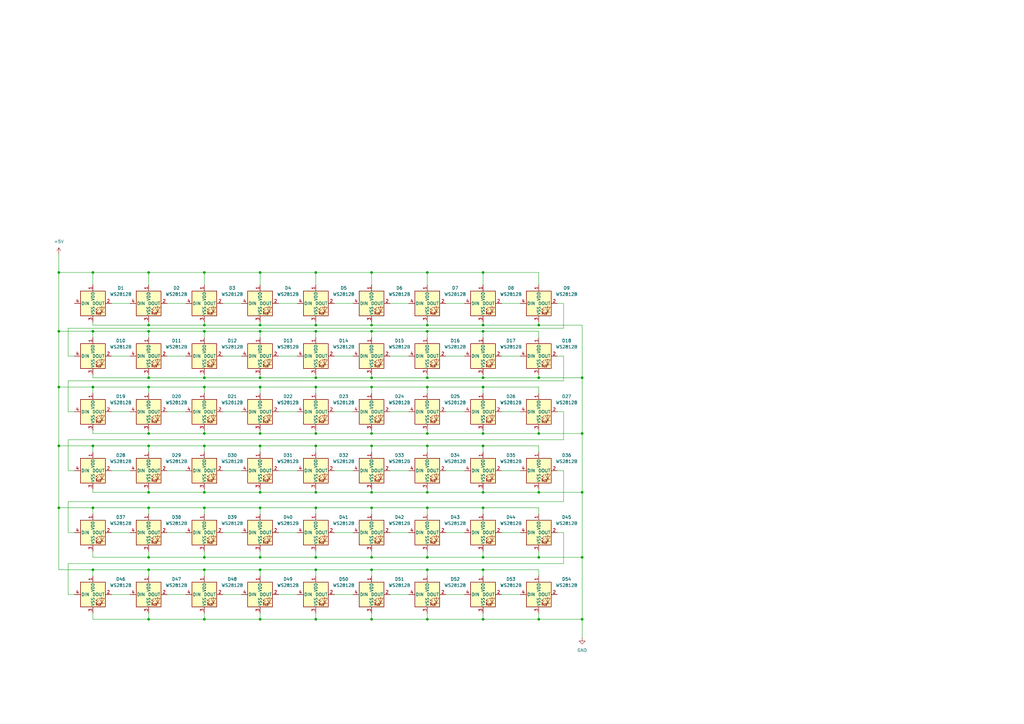
<source format=kicad_sch>
(kicad_sch (version 20231120) (generator "eeschema") (generator_version "8.0")
  (paper "A3")
  (lib_symbols
    (symbol "LED:WS2812B" (pin_names (offset 0.254))
      (property "Reference" "D" (at 5.08 5.715 0))
      (property "Value" "WS2812B" (at 1.27 -5.715 0))
      (symbol "WS2812B_0_0"
        (text "RGB" (at 2.286 -4.191 0) (effects (font (size 0.762 0.762))))
      )
      (symbol "WS2812B_0_1"
        (polyline (pts (xy 1.27 -3.556) (xy 1.778 -3.556)))
        (polyline (pts (xy 1.27 -2.54) (xy 1.778 -2.54)))
        (polyline (pts (xy 4.699 -3.556) (xy 2.667 -3.556)))
        (polyline (pts (xy 2.286 -2.54) (xy 1.27 -3.556) (xy 1.27 -3.048)))
        (polyline (pts (xy 2.286 -1.524) (xy 1.27 -2.54) (xy 1.27 -2.032)))
        (polyline (pts (xy 3.683 -1.016) (xy 3.683 -3.556) (xy 3.683 -4.064)))
        (polyline (pts (xy 4.699 -1.524) (xy 2.667 -1.524) (xy 3.683 -3.556) (xy 4.699 -1.524)))
        (rectangle (start 5.08 5.08) (end -5.08 -5.08) (stroke (width 0.254)) (fill (type background)))
      )
      (symbol "WS2812B_1_1"
        (pin power_in line (at 0 7.62 270) (length 2.54) (name "VDD") (number "1"))
        (pin output line (at 7.62 0 180) (length 2.54) (name "DOUT") (number "2"))
        (pin power_in line (at 0 -7.62 90) (length 2.54) (name "VSS") (number "3"))
        (pin input line (at -7.62 0 0) (length 2.54) (name "DIN") (number "4"))
      )
    )
    (symbol "power:+5V" (power) (pin_numbers hide) (pin_names (offset 0) hide)
      (property "Value" "+5V" (at 0 3.556 0))
      (symbol "+5V_0_1"
        (polyline (pts (xy -0.762 1.27) (xy 0 2.54)))
        (polyline (pts (xy 0 0) (xy 0 2.54)))
        (polyline (pts (xy 0 2.54) (xy 0.762 1.27)))
      )
      (symbol "+5V_1_1"
        (pin power_in line (at 0 0 90) (length 0) (name "~") (number "1"))
      )
    )
    (symbol "power:GND" (power) (pin_numbers hide) (pin_names (offset 0) hide)
      (property "Value" "GND" (at 0 -3.81 0))
      (symbol "GND_0_1"
        (polyline (pts (xy 0 0) (xy 0 -1.27) (xy 1.27 -1.27) (xy 0 -2.54) (xy -1.27 -1.27) (xy 0 -1.27)))
      )
      (symbol "GND_1_1"
        (pin power_in line (at 0 0 270) (length 0) (name "~") (number "1"))
      )
    )
  )
  (junction (at 24.13 208.28))
  (junction (at 83.82 154.94))
  (junction (at 24.13 111.76))
  (junction (at 60.96 254))
  (junction (at 152.4 233.68))
  (junction (at 175.26 228.6))
  (junction (at 220.98 154.94))
  (junction (at 60.96 154.94))
  (junction (at 129.54 254))
  (junction (at 198.12 133.35))
  (junction (at 152.4 135.89))
  (junction (at 152.4 254))
  (junction (at 175.26 154.94))
  (junction (at 152.4 111.76))
  (junction (at 198.12 182.88))
  (junction (at 220.98 254))
  (junction (at 83.82 182.88))
  (junction (at 198.12 135.89))
  (junction (at 152.4 182.88))
  (junction (at 175.26 111.76))
  (junction (at 60.96 208.28))
  (junction (at 106.68 177.8))
  (junction (at 60.96 228.6))
  (junction (at 106.68 201.93))
  (junction (at 152.4 133.35))
  (junction (at 38.1 208.28))
  (junction (at 38.1 135.89))
  (junction (at 238.76 177.8))
  (junction (at 175.26 158.75))
  (junction (at 24.13 182.88))
  (junction (at 152.4 154.94))
  (junction (at 60.96 158.75))
  (junction (at 129.54 182.88))
  (junction (at 175.26 182.88))
  (junction (at 83.82 208.28))
  (junction (at 220.98 133.35))
  (junction (at 152.4 228.6))
  (junction (at 38.1 158.75))
  (junction (at 83.82 133.35))
  (junction (at 106.68 154.94))
  (junction (at 106.68 133.35))
  (junction (at 60.96 233.68))
  (junction (at 83.82 158.75))
  (junction (at 220.98 177.8))
  (junction (at 38.1 182.88))
  (junction (at 175.26 133.35))
  (junction (at 129.54 201.93))
  (junction (at 152.4 177.8))
  (junction (at 198.12 254))
  (junction (at 60.96 182.88))
  (junction (at 129.54 208.28))
  (junction (at 238.76 228.6))
  (junction (at 175.26 254))
  (junction (at 106.68 135.89))
  (junction (at 175.26 208.28))
  (junction (at 24.13 135.89))
  (junction (at 198.12 154.94))
  (junction (at 106.68 228.6))
  (junction (at 152.4 208.28))
  (junction (at 175.26 201.93))
  (junction (at 106.68 254))
  (junction (at 152.4 201.93))
  (junction (at 129.54 135.89))
  (junction (at 129.54 133.35))
  (junction (at 60.96 135.89))
  (junction (at 198.12 228.6))
  (junction (at 238.76 201.93))
  (junction (at 24.13 158.75))
  (junction (at 38.1 111.76))
  (junction (at 83.82 228.6))
  (junction (at 83.82 177.8))
  (junction (at 83.82 111.76))
  (junction (at 38.1 233.68))
  (junction (at 175.26 233.68))
  (junction (at 129.54 228.6))
  (junction (at 175.26 135.89))
  (junction (at 60.96 111.76))
  (junction (at 129.54 233.68))
  (junction (at 220.98 228.6))
  (junction (at 198.12 158.75))
  (junction (at 238.76 154.94))
  (junction (at 198.12 177.8))
  (junction (at 152.4 158.75))
  (junction (at 106.68 182.88))
  (junction (at 106.68 233.68))
  (junction (at 198.12 233.68))
  (junction (at 129.54 158.75))
  (junction (at 60.96 177.8))
  (junction (at 129.54 154.94))
  (junction (at 106.68 208.28))
  (junction (at 129.54 111.76))
  (junction (at 83.82 233.68))
  (junction (at 198.12 201.93))
  (junction (at 83.82 201.93))
  (junction (at 60.96 133.35))
  (junction (at 83.82 254))
  (junction (at 175.26 177.8))
  (junction (at 198.12 111.76))
  (junction (at 106.68 158.75))
  (junction (at 60.96 201.93))
  (junction (at 129.54 177.8))
  (junction (at 198.12 208.28))
  (junction (at 238.76 254))
  (junction (at 83.82 135.89))
  (junction (at 220.98 201.93))
  (junction (at 106.68 111.76))
  (wire (pts (xy 83.82 158.75) (xy 60.96 158.75)))
  (wire (pts (xy 68.58 146.05) (xy 76.2 146.05)))
  (wire (pts (xy 24.13 208.28) (xy 24.13 182.88)))
  (wire (pts (xy 38.1 182.88) (xy 38.1 185.42)))
  (wire (pts (xy 175.26 133.35) (xy 198.12 133.35)))
  (wire (pts (xy 129.54 111.76) (xy 152.4 111.76)))
  (wire (pts (xy 60.96 158.75) (xy 38.1 158.75)))
  (wire (pts (xy 137.16 124.46) (xy 144.78 124.46)))
  (wire (pts (xy 198.12 135.89) (xy 198.12 138.43)))
  (wire (pts (xy 182.88 243.84) (xy 190.5 243.84)))
  (wire (pts (xy 106.68 233.68) (xy 83.82 233.68)))
  (wire (pts (xy 91.44 124.46) (xy 99.06 124.46)))
  (wire (pts (xy 60.96 208.28) (xy 38.1 208.28)))
  (wire (pts (xy 106.68 201.93) (xy 129.54 201.93)))
  (wire (pts (xy 220.98 182.88) (xy 198.12 182.88)))
  (wire (pts (xy 83.82 251.46) (xy 83.82 254)))
  (wire (pts (xy 83.82 111.76) (xy 83.82 116.84)))
  (wire (pts (xy 60.96 176.53) (xy 60.96 177.8)))
  (wire (pts (xy 129.54 158.75) (xy 129.54 161.29)))
  (wire (pts (xy 129.54 176.53) (xy 129.54 177.8)))
  (wire (pts (xy 220.98 185.42) (xy 220.98 182.88)))
  (wire (pts (xy 38.1 182.88) (xy 24.13 182.88)))
  (wire (pts (xy 137.16 168.91) (xy 144.78 168.91)))
  (wire (pts (xy 198.12 153.67) (xy 198.12 154.94)))
  (wire (pts (xy 24.13 111.76) (xy 38.1 111.76)))
  (wire (pts (xy 27.94 134.62) (xy 27.94 146.05)))
  (wire (pts (xy 198.12 111.76) (xy 220.98 111.76)))
  (wire (pts (xy 152.4 201.93) (xy 175.26 201.93)))
  (wire (pts (xy 106.68 176.53) (xy 106.68 177.8)))
  (wire (pts (xy 38.1 111.76) (xy 60.96 111.76)))
  (wire (pts (xy 60.96 111.76) (xy 60.96 116.84)))
  (wire (pts (xy 114.3 124.46) (xy 121.92 124.46)))
  (wire (pts (xy 152.4 208.28) (xy 152.4 210.82)))
  (wire (pts (xy 24.13 233.68) (xy 24.13 208.28)))
  (wire (pts (xy 38.1 254) (xy 38.1 251.46)))
  (wire (pts (xy 45.72 193.04) (xy 53.34 193.04)))
  (wire (pts (xy 220.98 138.43) (xy 220.98 135.89)))
  (wire (pts (xy 175.26 233.68) (xy 152.4 233.68)))
  (wire (pts (xy 106.68 226.06) (xy 106.68 228.6)))
  (wire (pts (xy 228.6 146.05) (xy 231.14 146.05)))
  (wire (pts (xy 152.4 176.53) (xy 152.4 177.8)))
  (wire (pts (xy 83.82 254) (xy 60.96 254)))
  (wire (pts (xy 38.1 233.68) (xy 38.1 236.22)))
  (wire (pts (xy 198.12 254) (xy 175.26 254)))
  (wire (pts (xy 160.02 146.05) (xy 167.64 146.05)))
  (wire (pts (xy 38.1 200.66) (xy 38.1 201.93)))
  (wire (pts (xy 129.54 228.6) (xy 152.4 228.6)))
  (wire (pts (xy 175.26 182.88) (xy 152.4 182.88)))
  (wire (pts (xy 182.88 218.44) (xy 190.5 218.44)))
  (wire (pts (xy 83.82 132.08) (xy 83.82 133.35)))
  (wire (pts (xy 220.98 226.06) (xy 220.98 228.6)))
  (wire (pts (xy 175.26 154.94) (xy 198.12 154.94)))
  (wire (pts (xy 106.68 111.76) (xy 129.54 111.76)))
  (wire (pts (xy 106.68 133.35) (xy 129.54 133.35)))
  (wire (pts (xy 60.96 135.89) (xy 60.96 138.43)))
  (wire (pts (xy 106.68 135.89) (xy 129.54 135.89)))
  (wire (pts (xy 205.74 243.84) (xy 213.36 243.84)))
  (wire (pts (xy 68.58 243.84) (xy 76.2 243.84)))
  (wire (pts (xy 198.12 228.6) (xy 220.98 228.6)))
  (wire (pts (xy 24.13 135.89) (xy 38.1 135.89)))
  (wire (pts (xy 83.82 176.53) (xy 83.82 177.8)))
  (wire (pts (xy 114.3 193.04) (xy 121.92 193.04)))
  (wire (pts (xy 160.02 218.44) (xy 167.64 218.44)))
  (wire (pts (xy 220.98 154.94) (xy 238.76 154.94)))
  (wire (pts (xy 45.72 146.05) (xy 53.34 146.05)))
  (wire (pts (xy 175.26 153.67) (xy 175.26 154.94)))
  (wire (pts (xy 106.68 251.46) (xy 106.68 254)))
  (wire (pts (xy 238.76 154.94) (xy 238.76 133.35)))
  (wire (pts (xy 220.98 116.84) (xy 220.98 111.76)))
  (wire (pts (xy 83.82 158.75) (xy 83.82 161.29)))
  (wire (pts (xy 60.96 182.88) (xy 38.1 182.88)))
  (wire (pts (xy 91.44 243.84) (xy 99.06 243.84)))
  (wire (pts (xy 91.44 146.05) (xy 99.06 146.05)))
  (wire (pts (xy 198.12 208.28) (xy 198.12 210.82)))
  (wire (pts (xy 106.68 254) (xy 83.82 254)))
  (wire (pts (xy 198.12 201.93) (xy 220.98 201.93)))
  (wire (pts (xy 152.4 153.67) (xy 152.4 154.94)))
  (wire (pts (xy 175.26 201.93) (xy 198.12 201.93)))
  (wire (pts (xy 83.82 177.8) (xy 106.68 177.8)))
  (wire (pts (xy 220.98 177.8) (xy 238.76 177.8)))
  (wire (pts (xy 220.98 161.29) (xy 220.98 158.75)))
  (wire (pts (xy 27.94 146.05) (xy 30.48 146.05)))
  (wire (pts (xy 114.3 146.05) (xy 121.92 146.05)))
  (wire (pts (xy 129.54 153.67) (xy 129.54 154.94)))
  (wire (pts (xy 38.1 201.93) (xy 60.96 201.93)))
  (wire (pts (xy 220.98 133.35) (xy 238.76 133.35)))
  (wire (pts (xy 175.26 208.28) (xy 175.26 210.82)))
  (wire (pts (xy 198.12 135.89) (xy 220.98 135.89)))
  (wire (pts (xy 38.1 158.75) (xy 38.1 161.29)))
  (wire (pts (xy 129.54 177.8) (xy 152.4 177.8)))
  (wire (pts (xy 231.14 193.04) (xy 231.14 205.74)))
  (wire (pts (xy 106.68 132.08) (xy 106.68 133.35)))
  (wire (pts (xy 27.94 231.14) (xy 27.94 243.84)))
  (wire (pts (xy 220.98 132.08) (xy 220.98 133.35)))
  (wire (pts (xy 27.94 168.91) (xy 30.48 168.91)))
  (wire (pts (xy 228.6 124.46) (xy 231.14 124.46)))
  (wire (pts (xy 220.98 254) (xy 198.12 254)))
  (wire (pts (xy 83.82 182.88) (xy 83.82 185.42)))
  (wire (pts (xy 198.12 233.68) (xy 175.26 233.68)))
  (wire (pts (xy 68.58 193.04) (xy 76.2 193.04)))
  (wire (pts (xy 129.54 201.93) (xy 152.4 201.93)))
  (wire (pts (xy 198.12 158.75) (xy 175.26 158.75)))
  (wire (pts (xy 60.96 182.88) (xy 60.96 185.42)))
  (wire (pts (xy 175.26 182.88) (xy 175.26 185.42)))
  (wire (pts (xy 152.4 111.76) (xy 152.4 116.84)))
  (wire (pts (xy 220.98 153.67) (xy 220.98 154.94)))
  (wire (pts (xy 231.14 180.34) (xy 27.94 180.34)))
  (wire (pts (xy 175.26 111.76) (xy 198.12 111.76)))
  (wire (pts (xy 106.68 111.76) (xy 106.68 116.84)))
  (wire (pts (xy 238.76 177.8) (xy 238.76 154.94)))
  (wire (pts (xy 205.74 218.44) (xy 213.36 218.44)))
  (wire (pts (xy 38.1 177.8) (xy 60.96 177.8)))
  (wire (pts (xy 45.72 124.46) (xy 53.34 124.46)))
  (wire (pts (xy 83.82 133.35) (xy 106.68 133.35)))
  (wire (pts (xy 137.16 146.05) (xy 144.78 146.05)))
  (wire (pts (xy 106.68 135.89) (xy 106.68 138.43)))
  (wire (pts (xy 152.4 154.94) (xy 175.26 154.94)))
  (wire (pts (xy 60.96 133.35) (xy 83.82 133.35)))
  (wire (pts (xy 38.1 111.76) (xy 38.1 116.84)))
  (wire (pts (xy 60.96 153.67) (xy 60.96 154.94)))
  (wire (pts (xy 27.94 205.74) (xy 27.94 218.44)))
  (wire (pts (xy 152.4 226.06) (xy 152.4 228.6)))
  (wire (pts (xy 160.02 243.84) (xy 167.64 243.84)))
  (wire (pts (xy 152.4 182.88) (xy 129.54 182.88)))
  (wire (pts (xy 60.96 226.06) (xy 60.96 228.6)))
  (wire (pts (xy 106.68 208.28) (xy 83.82 208.28)))
  (wire (pts (xy 152.4 132.08) (xy 152.4 133.35)))
  (wire (pts (xy 83.82 135.89) (xy 106.68 135.89)))
  (wire (pts (xy 152.4 182.88) (xy 152.4 185.42)))
  (wire (pts (xy 175.26 228.6) (xy 198.12 228.6)))
  (wire (pts (xy 91.44 218.44) (xy 99.06 218.44)))
  (wire (pts (xy 27.94 180.34) (xy 27.94 193.04)))
  (wire (pts (xy 106.68 208.28) (xy 106.68 210.82)))
  (wire (pts (xy 45.72 243.84) (xy 53.34 243.84)))
  (wire (pts (xy 220.98 176.53) (xy 220.98 177.8)))
  (wire (pts (xy 198.12 177.8) (xy 220.98 177.8)))
  (wire (pts (xy 38.1 158.75) (xy 24.13 158.75)))
  (wire (pts (xy 68.58 124.46) (xy 76.2 124.46)))
  (wire (pts (xy 60.96 158.75) (xy 60.96 161.29)))
  (wire (pts (xy 160.02 168.91) (xy 167.64 168.91)))
  (wire (pts (xy 198.12 226.06) (xy 198.12 228.6)))
  (wire (pts (xy 238.76 201.93) (xy 238.76 177.8)))
  (wire (pts (xy 152.4 228.6) (xy 175.26 228.6)))
  (wire (pts (xy 175.26 226.06) (xy 175.26 228.6)))
  (wire (pts (xy 83.82 200.66) (xy 83.82 201.93)))
  (wire (pts (xy 129.54 182.88) (xy 129.54 185.42)))
  (wire (pts (xy 160.02 193.04) (xy 167.64 193.04)))
  (wire (pts (xy 38.1 208.28) (xy 38.1 210.82)))
  (wire (pts (xy 114.3 218.44) (xy 121.92 218.44)))
  (wire (pts (xy 198.12 154.94) (xy 220.98 154.94)))
  (wire (pts (xy 220.98 200.66) (xy 220.98 201.93)))
  (wire (pts (xy 129.54 208.28) (xy 106.68 208.28)))
  (wire (pts (xy 175.26 254) (xy 152.4 254)))
  (wire (pts (xy 175.26 177.8) (xy 198.12 177.8)))
  (wire (pts (xy 182.88 124.46) (xy 190.5 124.46)))
  (wire (pts (xy 91.44 168.91) (xy 99.06 168.91)))
  (wire (pts (xy 152.4 158.75) (xy 129.54 158.75)))
  (wire (pts (xy 38.1 228.6) (xy 60.96 228.6)))
  (wire (pts (xy 152.4 200.66) (xy 152.4 201.93)))
  (wire (pts (xy 198.12 132.08) (xy 198.12 133.35)))
  (wire (pts (xy 129.54 111.76) (xy 129.54 116.84)))
  (wire (pts (xy 175.26 200.66) (xy 175.26 201.93)))
  (wire (pts (xy 198.12 182.88) (xy 198.12 185.42)))
  (wire (pts (xy 198.12 208.28) (xy 175.26 208.28)))
  (wire (pts (xy 129.54 233.68) (xy 106.68 233.68)))
  (wire (pts (xy 114.3 168.91) (xy 121.92 168.91)))
  (wire (pts (xy 129.54 251.46) (xy 129.54 254)))
  (wire (pts (xy 83.82 111.76) (xy 106.68 111.76)))
  (wire (pts (xy 198.12 182.88) (xy 175.26 182.88)))
  (wire (pts (xy 152.4 135.89) (xy 175.26 135.89)))
  (wire (pts (xy 129.54 208.28) (xy 129.54 210.82)))
  (wire (pts (xy 231.14 168.91) (xy 231.14 180.34)))
  (wire (pts (xy 228.6 193.04) (xy 231.14 193.04)))
  (wire (pts (xy 60.96 201.93) (xy 83.82 201.93)))
  (wire (pts (xy 220.98 233.68) (xy 198.12 233.68)))
  (wire (pts (xy 152.4 111.76) (xy 175.26 111.76)))
  (wire (pts (xy 152.4 208.28) (xy 129.54 208.28)))
  (wire (pts (xy 60.96 177.8) (xy 83.82 177.8)))
  (wire (pts (xy 152.4 135.89) (xy 152.4 138.43)))
  (wire (pts (xy 129.54 226.06) (xy 129.54 228.6)))
  (wire (pts (xy 38.1 208.28) (xy 24.13 208.28)))
  (wire (pts (xy 27.94 193.04) (xy 30.48 193.04)))
  (wire (pts (xy 60.96 132.08) (xy 60.96 133.35)))
  (wire (pts (xy 137.16 218.44) (xy 144.78 218.44)))
  (wire (pts (xy 60.96 135.89) (xy 83.82 135.89)))
  (wire (pts (xy 137.16 193.04) (xy 144.78 193.04)))
  (wire (pts (xy 182.88 168.91) (xy 190.5 168.91)))
  (wire (pts (xy 238.76 228.6) (xy 238.76 201.93)))
  (wire (pts (xy 60.96 233.68) (xy 38.1 233.68)))
  (wire (pts (xy 182.88 193.04) (xy 190.5 193.04)))
  (wire (pts (xy 24.13 182.88) (xy 24.13 158.75)))
  (wire (pts (xy 231.14 146.05) (xy 231.14 156.21)))
  (wire (pts (xy 60.96 233.68) (xy 60.96 236.22)))
  (wire (pts (xy 231.14 134.62) (xy 27.94 134.62)))
  (wire (pts (xy 220.98 208.28) (xy 198.12 208.28)))
  (wire (pts (xy 38.1 135.89) (xy 60.96 135.89)))
  (wire (pts (xy 27.94 218.44) (xy 30.48 218.44)))
  (wire (pts (xy 60.96 254) (xy 38.1 254)))
  (wire (pts (xy 129.54 132.08) (xy 129.54 133.35)))
  (wire (pts (xy 220.98 158.75) (xy 198.12 158.75)))
  (wire (pts (xy 38.1 135.89) (xy 38.1 138.43)))
  (wire (pts (xy 129.54 158.75) (xy 106.68 158.75)))
  (wire (pts (xy 38.1 154.94) (xy 60.96 154.94)))
  (wire (pts (xy 152.4 251.46) (xy 152.4 254)))
  (wire (pts (xy 175.26 176.53) (xy 175.26 177.8)))
  (wire (pts (xy 198.12 233.68) (xy 198.12 236.22)))
  (wire (pts (xy 152.4 254) (xy 129.54 254)))
  (wire (pts (xy 60.96 228.6) (xy 83.82 228.6)))
  (wire (pts (xy 238.76 254) (xy 238.76 261.62)))
  (wire (pts (xy 106.68 233.68) (xy 106.68 236.22)))
  (wire (pts (xy 129.54 254) (xy 106.68 254)))
  (wire (pts (xy 106.68 158.75) (xy 106.68 161.29)))
  (wire (pts (xy 175.26 158.75) (xy 175.26 161.29)))
  (wire (pts (xy 205.74 124.46) (xy 213.36 124.46)))
  (wire (pts (xy 83.82 233.68) (xy 83.82 236.22)))
  (wire (pts (xy 106.68 177.8) (xy 129.54 177.8)))
  (wire (pts (xy 198.12 200.66) (xy 198.12 201.93)))
  (wire (pts (xy 38.1 226.06) (xy 38.1 228.6)))
  (wire (pts (xy 129.54 154.94) (xy 152.4 154.94)))
  (wire (pts (xy 231.14 231.14) (xy 27.94 231.14)))
  (wire (pts (xy 24.13 135.89) (xy 24.13 158.75)))
  (wire (pts (xy 91.44 193.04) (xy 99.06 193.04)))
  (wire (pts (xy 24.13 111.76) (xy 24.13 135.89)))
  (wire (pts (xy 198.12 158.75) (xy 198.12 161.29)))
  (wire (pts (xy 160.02 124.46) (xy 167.64 124.46)))
  (wire (pts (xy 152.4 133.35) (xy 175.26 133.35)))
  (wire (pts (xy 220.98 236.22) (xy 220.98 233.68)))
  (wire (pts (xy 205.74 168.91) (xy 213.36 168.91)))
  (wire (pts (xy 129.54 200.66) (xy 129.54 201.93)))
  (wire (pts (xy 60.96 111.76) (xy 83.82 111.76)))
  (wire (pts (xy 83.82 208.28) (xy 83.82 210.82)))
  (wire (pts (xy 137.16 243.84) (xy 144.78 243.84)))
  (wire (pts (xy 38.1 153.67) (xy 38.1 154.94)))
  (wire (pts (xy 83.82 233.68) (xy 60.96 233.68)))
  (wire (pts (xy 129.54 135.89) (xy 152.4 135.89)))
  (wire (pts (xy 106.68 154.94) (xy 129.54 154.94)))
  (wire (pts (xy 182.88 146.05) (xy 190.5 146.05)))
  (wire (pts (xy 83.82 201.93) (xy 106.68 201.93)))
  (wire (pts (xy 198.12 176.53) (xy 198.12 177.8)))
  (wire (pts (xy 220.98 251.46) (xy 220.98 254)))
  (wire (pts (xy 175.26 158.75) (xy 152.4 158.75)))
  (wire (pts (xy 38.1 233.68) (xy 24.13 233.68)))
  (wire (pts (xy 231.14 218.44) (xy 231.14 231.14)))
  (wire (pts (xy 175.26 233.68) (xy 175.26 236.22)))
  (wire (pts (xy 152.4 177.8) (xy 175.26 177.8)))
  (wire (pts (xy 83.82 226.06) (xy 83.82 228.6)))
  (wire (pts (xy 231.14 124.46) (xy 231.14 134.62)))
  (wire (pts (xy 152.4 233.68) (xy 129.54 233.68)))
  (wire (pts (xy 152.4 233.68) (xy 152.4 236.22)))
  (wire (pts (xy 129.54 233.68) (xy 129.54 236.22)))
  (wire (pts (xy 68.58 218.44) (xy 76.2 218.44)))
  (wire (pts (xy 38.1 176.53) (xy 38.1 177.8)))
  (wire (pts (xy 60.96 200.66) (xy 60.96 201.93)))
  (wire (pts (xy 220.98 210.82) (xy 220.98 208.28)))
  (wire (pts (xy 60.96 208.28) (xy 60.96 210.82)))
  (wire (pts (xy 83.82 153.67) (xy 83.82 154.94)))
  (wire (pts (xy 175.26 132.08) (xy 175.26 133.35)))
  (wire (pts (xy 83.82 154.94) (xy 106.68 154.94)))
  (wire (pts (xy 175.26 111.76) (xy 175.26 116.84)))
  (wire (pts (xy 175.26 135.89) (xy 198.12 135.89)))
  (wire (pts (xy 205.74 193.04) (xy 213.36 193.04)))
  (wire (pts (xy 205.74 146.05) (xy 213.36 146.05)))
  (wire (pts (xy 38.1 132.08) (xy 38.1 133.35)))
  (wire (pts (xy 106.68 182.88) (xy 83.82 182.88)))
  (wire (pts (xy 175.26 251.46) (xy 175.26 254)))
  (wire (pts (xy 83.82 182.88) (xy 60.96 182.88)))
  (wire (pts (xy 152.4 158.75) (xy 152.4 161.29)))
  (wire (pts (xy 238.76 228.6) (xy 238.76 254)))
  (wire (pts (xy 106.68 200.66) (xy 106.68 201.93)))
  (wire (pts (xy 60.96 154.94) (xy 83.82 154.94)))
  (wire (pts (xy 106.68 182.88) (xy 106.68 185.42)))
  (wire (pts (xy 106.68 153.67) (xy 106.68 154.94)))
  (wire (pts (xy 60.96 251.46) (xy 60.96 254)))
  (wire (pts (xy 68.58 168.91) (xy 76.2 168.91)))
  (wire (pts (xy 83.82 208.28) (xy 60.96 208.28)))
  (wire (pts (xy 238.76 254) (xy 220.98 254)))
  (wire (pts (xy 175.26 135.89) (xy 175.26 138.43)))
  (wire (pts (xy 220.98 228.6) (xy 238.76 228.6)))
  (wire (pts (xy 220.98 201.93) (xy 238.76 201.93)))
  (wire (pts (xy 27.94 156.21) (xy 27.94 168.91)))
  (wire (pts (xy 45.72 168.91) (xy 53.34 168.91)))
  (wire (pts (xy 38.1 133.35) (xy 60.96 133.35)))
  (wire (pts (xy 83.82 228.6) (xy 106.68 228.6)))
  (wire (pts (xy 228.6 168.91) (xy 231.14 168.91)))
  (wire (pts (xy 129.54 182.88) (xy 106.68 182.88)))
  (wire (pts (xy 231.14 156.21) (xy 27.94 156.21)))
  (wire (pts (xy 27.94 243.84) (xy 30.48 243.84)))
  (wire (pts (xy 24.13 104.14) (xy 24.13 111.76)))
  (wire (pts (xy 228.6 218.44) (xy 231.14 218.44)))
  (wire (pts (xy 83.82 135.89) (xy 83.82 138.43)))
  (wire (pts (xy 129.54 135.89) (xy 129.54 138.43)))
  (wire (pts (xy 175.26 208.28) (xy 152.4 208.28)))
  (wire (pts (xy 114.3 243.84) (xy 121.92 243.84)))
  (wire (pts (xy 106.68 158.75) (xy 83.82 158.75)))
  (wire (pts (xy 198.12 251.46) (xy 198.12 254)))
  (wire (pts (xy 129.54 133.35) (xy 152.4 133.35)))
  (wire (pts (xy 106.68 228.6) (xy 129.54 228.6)))
  (wire (pts (xy 198.12 111.76) (xy 198.12 116.84)))
  (wire (pts (xy 231.14 205.74) (xy 27.94 205.74)))
  (wire (pts (xy 198.12 133.35) (xy 220.98 133.35)))
  (wire (pts (xy 45.72 218.44) (xy 53.34 218.44)))
  (symbol (lib_id "LED:WS2812B") (at 220.98 243.84 0) (unit 1)
    (property "Reference" "D54" (at 232.41 237.5214 0))
    (property "Value" "WS2812B" (at 232.41 240.0614 0))
    (property "Footprint" "LED_SMD:LED_WS2812B_PLCC4_5.0x5.0mm_P3.2mm" (effects (hide yes)))
    (property "Datasheet" "https://cdn-shop.adafruit.com/datasheets/WS2812B.pdf" (effects (hide yes)))
    (property "Description" "RGB LED with integrated controller" (effects (hide yes)))
  )
  (symbol (lib_id "LED:WS2812B") (at 38.1 168.91 0) (unit 1)
    (property "Reference" "D19" (at 49.53 162.5914 0))
    (property "Value" "WS2812B" (at 49.53 165.1314 0))
    (property "Footprint" "LED_SMD:LED_WS2812B_PLCC4_5.0x5.0mm_P3.2mm" (effects (hide yes)))
    (property "Datasheet" "https://cdn-shop.adafruit.com/datasheets/WS2812B.pdf" (effects (hide yes)))
    (property "Description" "RGB LED with integrated controller" (effects (hide yes)))
  )
  (symbol (lib_id "LED:WS2812B") (at 175.26 218.44 0) (unit 1)
    (property "Reference" "D43" (at 186.69 212.1214 0))
    (property "Value" "WS2812B" (at 186.69 214.6614 0))
    (property "Footprint" "LED_SMD:LED_WS2812B_PLCC4_5.0x5.0mm_P3.2mm" (effects (hide yes)))
    (property "Datasheet" "https://cdn-shop.adafruit.com/datasheets/WS2812B.pdf" (effects (hide yes)))
    (property "Description" "RGB LED with integrated controller" (effects (hide yes)))
  )
  (symbol (lib_id "LED:WS2812B") (at 83.82 168.91 0) (unit 1)
    (property "Reference" "D21" (at 95.25 162.5914 0))
    (property "Value" "WS2812B" (at 95.25 165.1314 0))
    (property "Footprint" "LED_SMD:LED_WS2812B_PLCC4_5.0x5.0mm_P3.2mm" (effects (hide yes)))
    (property "Datasheet" "https://cdn-shop.adafruit.com/datasheets/WS2812B.pdf" (effects (hide yes)))
    (property "Description" "RGB LED with integrated controller" (effects (hide yes)))
  )
  (symbol (lib_id "LED:WS2812B") (at 83.82 124.46 0) (unit 1)
    (property "Reference" "D3" (at 95.25 118.1414 0))
    (property "Value" "WS2812B" (at 95.25 120.6814 0))
    (property "Footprint" "LED_SMD:LED_WS2812B_PLCC4_5.0x5.0mm_P3.2mm" (effects (hide yes)))
    (property "Datasheet" "https://cdn-shop.adafruit.com/datasheets/WS2812B.pdf" (effects (hide yes)))
    (property "Description" "RGB LED with integrated controller" (effects (hide yes)))
  )
  (symbol (lib_id "LED:WS2812B") (at 60.96 193.04 0) (unit 1)
    (property "Reference" "D29" (at 72.39 186.7214 0))
    (property "Value" "WS2812B" (at 72.39 189.2614 0))
    (property "Footprint" "LED_SMD:LED_WS2812B_PLCC4_5.0x5.0mm_P3.2mm" (effects (hide yes)))
    (property "Datasheet" "https://cdn-shop.adafruit.com/datasheets/WS2812B.pdf" (effects (hide yes)))
    (property "Description" "RGB LED with integrated controller" (effects (hide yes)))
  )
  (symbol (lib_id "LED:WS2812B") (at 152.4 193.04 0) (unit 1)
    (property "Reference" "D33" (at 163.83 186.7214 0))
    (property "Value" "WS2812B" (at 163.83 189.2614 0))
    (property "Footprint" "LED_SMD:LED_WS2812B_PLCC4_5.0x5.0mm_P3.2mm" (effects (hide yes)))
    (property "Datasheet" "https://cdn-shop.adafruit.com/datasheets/WS2812B.pdf" (effects (hide yes)))
    (property "Description" "RGB LED with integrated controller" (effects (hide yes)))
  )
  (symbol (lib_id "LED:WS2812B") (at 60.96 243.84 0) (unit 1)
    (property "Reference" "D47" (at 72.39 237.5214 0))
    (property "Value" "WS2812B" (at 72.39 240.0614 0))
    (property "Footprint" "LED_SMD:LED_WS2812B_PLCC4_5.0x5.0mm_P3.2mm" (effects (hide yes)))
    (property "Datasheet" "https://cdn-shop.adafruit.com/datasheets/WS2812B.pdf" (effects (hide yes)))
    (property "Description" "RGB LED with integrated controller" (effects (hide yes)))
  )
  (symbol (lib_id "LED:WS2812B") (at 175.26 193.04 0) (unit 1)
    (property "Reference" "D34" (at 186.69 186.7214 0))
    (property "Value" "WS2812B" (at 186.69 189.2614 0))
    (property "Footprint" "LED_SMD:LED_WS2812B_PLCC4_5.0x5.0mm_P3.2mm" (effects (hide yes)))
    (property "Datasheet" "https://cdn-shop.adafruit.com/datasheets/WS2812B.pdf" (effects (hide yes)))
    (property "Description" "RGB LED with integrated controller" (effects (hide yes)))
  )
  (symbol (lib_id "LED:WS2812B") (at 83.82 218.44 0) (unit 1)
    (property "Reference" "D39" (at 95.25 212.1214 0))
    (property "Value" "WS2812B" (at 95.25 214.6614 0))
    (property "Footprint" "LED_SMD:LED_WS2812B_PLCC4_5.0x5.0mm_P3.2mm" (effects (hide yes)))
    (property "Datasheet" "https://cdn-shop.adafruit.com/datasheets/WS2812B.pdf" (effects (hide yes)))
    (property "Description" "RGB LED with integrated controller" (effects (hide yes)))
  )
  (symbol (lib_id "LED:WS2812B") (at 60.96 124.46 0) (unit 1)
    (property "Reference" "D2" (at 72.39 118.1414 0))
    (property "Value" "WS2812B" (at 72.39 120.6814 0))
    (property "Footprint" "LED_SMD:LED_WS2812B_PLCC4_5.0x5.0mm_P3.2mm" (effects (hide yes)))
    (property "Datasheet" "https://cdn-shop.adafruit.com/datasheets/WS2812B.pdf" (effects (hide yes)))
    (property "Description" "RGB LED with integrated controller" (effects (hide yes)))
  )
  (symbol (lib_id "LED:WS2812B") (at 175.26 146.05 0) (unit 1)
    (property "Reference" "D16" (at 186.69 139.7314 0))
    (property "Value" "WS2812B" (at 186.69 142.2714 0))
    (property "Footprint" "LED_SMD:LED_WS2812B_PLCC4_5.0x5.0mm_P3.2mm" (effects (hide yes)))
    (property "Datasheet" "https://cdn-shop.adafruit.com/datasheets/WS2812B.pdf" (effects (hide yes)))
    (property "Description" "RGB LED with integrated controller" (effects (hide yes)))
  )
  (symbol (lib_id "LED:WS2812B") (at 106.68 243.84 0) (unit 1)
    (property "Reference" "D49" (at 118.11 237.5214 0))
    (property "Value" "WS2812B" (at 118.11 240.0614 0))
    (property "Footprint" "LED_SMD:LED_WS2812B_PLCC4_5.0x5.0mm_P3.2mm" (effects (hide yes)))
    (property "Datasheet" "https://cdn-shop.adafruit.com/datasheets/WS2812B.pdf" (effects (hide yes)))
    (property "Description" "RGB LED with integrated controller" (effects (hide yes)))
  )
  (symbol (lib_id "LED:WS2812B") (at 38.1 146.05 0) (unit 1)
    (property "Reference" "D10" (at 49.53 139.7314 0))
    (property "Value" "WS2812B" (at 49.53 142.2714 0))
    (property "Footprint" "LED_SMD:LED_WS2812B_PLCC4_5.0x5.0mm_P3.2mm" (effects (hide yes)))
    (property "Datasheet" "https://cdn-shop.adafruit.com/datasheets/WS2812B.pdf" (effects (hide yes)))
    (property "Description" "RGB LED with integrated controller" (effects (hide yes)))
  )
  (symbol (lib_id "LED:WS2812B") (at 152.4 243.84 0) (unit 1)
    (property "Reference" "D51" (at 163.83 237.5214 0))
    (property "Value" "WS2812B" (at 163.83 240.0614 0))
    (property "Footprint" "LED_SMD:LED_WS2812B_PLCC4_5.0x5.0mm_P3.2mm" (effects (hide yes)))
    (property "Datasheet" "https://cdn-shop.adafruit.com/datasheets/WS2812B.pdf" (effects (hide yes)))
    (property "Description" "RGB LED with integrated controller" (effects (hide yes)))
  )
  (symbol (lib_id "LED:WS2812B") (at 38.1 218.44 0) (unit 1)
    (property "Reference" "D37" (at 49.53 212.1214 0))
    (property "Value" "WS2812B" (at 49.53 214.6614 0))
    (property "Footprint" "LED_SMD:LED_WS2812B_PLCC4_5.0x5.0mm_P3.2mm" (effects (hide yes)))
    (property "Datasheet" "https://cdn-shop.adafruit.com/datasheets/WS2812B.pdf" (effects (hide yes)))
    (property "Description" "RGB LED with integrated controller" (effects (hide yes)))
  )
  (symbol (lib_id "LED:WS2812B") (at 220.98 218.44 0) (unit 1)
    (property "Reference" "D45" (at 232.41 212.1214 0))
    (property "Value" "WS2812B" (at 232.41 214.6614 0))
    (property "Footprint" "LED_SMD:LED_WS2812B_PLCC4_5.0x5.0mm_P3.2mm" (effects (hide yes)))
    (property "Datasheet" "https://cdn-shop.adafruit.com/datasheets/WS2812B.pdf" (effects (hide yes)))
    (property "Description" "RGB LED with integrated controller" (effects (hide yes)))
  )
  (symbol (lib_id "LED:WS2812B") (at 220.98 193.04 0) (unit 1)
    (property "Reference" "D36" (at 232.41 186.7214 0))
    (property "Value" "WS2812B" (at 232.41 189.2614 0))
    (property "Footprint" "LED_SMD:LED_WS2812B_PLCC4_5.0x5.0mm_P3.2mm" (effects (hide yes)))
    (property "Datasheet" "https://cdn-shop.adafruit.com/datasheets/WS2812B.pdf" (effects (hide yes)))
    (property "Description" "RGB LED with integrated controller" (effects (hide yes)))
  )
  (symbol (lib_id "LED:WS2812B") (at 175.26 168.91 0) (unit 1)
    (property "Reference" "D25" (at 186.69 162.5914 0))
    (property "Value" "WS2812B" (at 186.69 165.1314 0))
    (property "Footprint" "LED_SMD:LED_WS2812B_PLCC4_5.0x5.0mm_P3.2mm" (effects (hide yes)))
    (property "Datasheet" "https://cdn-shop.adafruit.com/datasheets/WS2812B.pdf" (effects (hide yes)))
    (property "Description" "RGB LED with integrated controller" (effects (hide yes)))
  )
  (symbol (lib_id "LED:WS2812B") (at 198.12 168.91 0) (unit 1)
    (property "Reference" "D26" (at 209.55 162.5914 0))
    (property "Value" "WS2812B" (at 209.55 165.1314 0))
    (property "Footprint" "LED_SMD:LED_WS2812B_PLCC4_5.0x5.0mm_P3.2mm" (effects (hide yes)))
    (property "Datasheet" "https://cdn-shop.adafruit.com/datasheets/WS2812B.pdf" (effects (hide yes)))
    (property "Description" "RGB LED with integrated controller" (effects (hide yes)))
  )
  (symbol (lib_id "LED:WS2812B") (at 198.12 218.44 0) (unit 1)
    (property "Reference" "D44" (at 209.55 212.1214 0))
    (property "Value" "WS2812B" (at 209.55 214.6614 0))
    (property "Footprint" "LED_SMD:LED_WS2812B_PLCC4_5.0x5.0mm_P3.2mm" (effects (hide yes)))
    (property "Datasheet" "https://cdn-shop.adafruit.com/datasheets/WS2812B.pdf" (effects (hide yes)))
    (property "Description" "RGB LED with integrated controller" (effects (hide yes)))
  )
  (symbol (lib_id "LED:WS2812B") (at 152.4 168.91 0) (unit 1)
    (property "Reference" "D24" (at 163.83 162.5914 0))
    (property "Value" "WS2812B" (at 163.83 165.1314 0))
    (property "Footprint" "LED_SMD:LED_WS2812B_PLCC4_5.0x5.0mm_P3.2mm" (effects (hide yes)))
    (property "Datasheet" "https://cdn-shop.adafruit.com/datasheets/WS2812B.pdf" (effects (hide yes)))
    (property "Description" "RGB LED with integrated controller" (effects (hide yes)))
  )
  (symbol (lib_id "LED:WS2812B") (at 129.54 243.84 0) (unit 1)
    (property "Reference" "D50" (at 140.97 237.5214 0))
    (property "Value" "WS2812B" (at 140.97 240.0614 0))
    (property "Footprint" "LED_SMD:LED_WS2812B_PLCC4_5.0x5.0mm_P3.2mm" (effects (hide yes)))
    (property "Datasheet" "https://cdn-shop.adafruit.com/datasheets/WS2812B.pdf" (effects (hide yes)))
    (property "Description" "RGB LED with integrated controller" (effects (hide yes)))
  )
  (symbol (lib_id "LED:WS2812B") (at 129.54 146.05 0) (unit 1)
    (property "Reference" "D14" (at 140.97 139.7314 0))
    (property "Value" "WS2812B" (at 140.97 142.2714 0))
    (property "Footprint" "LED_SMD:LED_WS2812B_PLCC4_5.0x5.0mm_P3.2mm" (effects (hide yes)))
    (property "Datasheet" "https://cdn-shop.adafruit.com/datasheets/WS2812B.pdf" (effects (hide yes)))
    (property "Description" "RGB LED with integrated controller" (effects (hide yes)))
  )
  (symbol (lib_id "power:+5V") (at 24.13 104.14 0) (unit 1)
    (property "Reference" "#PWR01" (effects (hide yes)))
    (property "Value" "+5V" (at 24.13 99.06 0))
    (property "Description" "Power symbol creates a global label with name \"+5V\"" (effects (hide yes)))
  )
  (symbol (lib_id "LED:WS2812B") (at 106.68 193.04 0) (unit 1)
    (property "Reference" "D31" (at 118.11 186.7214 0))
    (property "Value" "WS2812B" (at 118.11 189.2614 0))
    (property "Footprint" "LED_SMD:LED_WS2812B_PLCC4_5.0x5.0mm_P3.2mm" (effects (hide yes)))
    (property "Datasheet" "https://cdn-shop.adafruit.com/datasheets/WS2812B.pdf" (effects (hide yes)))
    (property "Description" "RGB LED with integrated controller" (effects (hide yes)))
  )
  (symbol (lib_id "LED:WS2812B") (at 198.12 193.04 0) (unit 1)
    (property "Reference" "D35" (at 209.55 186.7214 0))
    (property "Value" "WS2812B" (at 209.55 189.2614 0))
    (property "Footprint" "LED_SMD:LED_WS2812B_PLCC4_5.0x5.0mm_P3.2mm" (effects (hide yes)))
    (property "Datasheet" "https://cdn-shop.adafruit.com/datasheets/WS2812B.pdf" (effects (hide yes)))
    (property "Description" "RGB LED with integrated controller" (effects (hide yes)))
  )
  (symbol (lib_id "LED:WS2812B") (at 106.68 168.91 0) (unit 1)
    (property "Reference" "D22" (at 118.11 162.5914 0))
    (property "Value" "WS2812B" (at 118.11 165.1314 0))
    (property "Footprint" "LED_SMD:LED_WS2812B_PLCC4_5.0x5.0mm_P3.2mm" (effects (hide yes)))
    (property "Datasheet" "https://cdn-shop.adafruit.com/datasheets/WS2812B.pdf" (effects (hide yes)))
    (property "Description" "RGB LED with integrated controller" (effects (hide yes)))
  )
  (symbol (lib_id "LED:WS2812B") (at 106.68 218.44 0) (unit 1)
    (property "Reference" "D40" (at 118.11 212.1214 0))
    (property "Value" "WS2812B" (at 118.11 214.6614 0))
    (property "Footprint" "LED_SMD:LED_WS2812B_PLCC4_5.0x5.0mm_P3.2mm" (effects (hide yes)))
    (property "Datasheet" "https://cdn-shop.adafruit.com/datasheets/WS2812B.pdf" (effects (hide yes)))
    (property "Description" "RGB LED with integrated controller" (effects (hide yes)))
  )
  (symbol (lib_id "LED:WS2812B") (at 106.68 124.46 0) (unit 1)
    (property "Reference" "D4" (at 118.11 118.1414 0))
    (property "Value" "WS2812B" (at 118.11 120.6814 0))
    (property "Footprint" "LED_SMD:LED_WS2812B_PLCC4_5.0x5.0mm_P3.2mm" (effects (hide yes)))
    (property "Datasheet" "https://cdn-shop.adafruit.com/datasheets/WS2812B.pdf" (effects (hide yes)))
    (property "Description" "RGB LED with integrated controller" (effects (hide yes)))
  )
  (symbol (lib_id "LED:WS2812B") (at 198.12 146.05 0) (unit 1)
    (property "Reference" "D17" (at 209.55 139.7314 0))
    (property "Value" "WS2812B" (at 209.55 142.2714 0))
    (property "Footprint" "LED_SMD:LED_WS2812B_PLCC4_5.0x5.0mm_P3.2mm" (effects (hide yes)))
    (property "Datasheet" "https://cdn-shop.adafruit.com/datasheets/WS2812B.pdf" (effects (hide yes)))
    (property "Description" "RGB LED with integrated controller" (effects (hide yes)))
  )
  (symbol (lib_id "LED:WS2812B") (at 38.1 243.84 0) (unit 1)
    (property "Reference" "D46" (at 49.53 237.5214 0))
    (property "Value" "WS2812B" (at 49.53 240.0614 0))
    (property "Footprint" "LED_SMD:LED_WS2812B_PLCC4_5.0x5.0mm_P3.2mm" (effects (hide yes)))
    (property "Datasheet" "https://cdn-shop.adafruit.com/datasheets/WS2812B.pdf" (effects (hide yes)))
    (property "Description" "RGB LED with integrated controller" (effects (hide yes)))
  )
  (symbol (lib_id "LED:WS2812B") (at 38.1 193.04 0) (unit 1)
    (property "Reference" "D28" (at 49.53 186.7214 0))
    (property "Value" "WS2812B" (at 49.53 189.2614 0))
    (property "Footprint" "LED_SMD:LED_WS2812B_PLCC4_5.0x5.0mm_P3.2mm" (effects (hide yes)))
    (property "Datasheet" "https://cdn-shop.adafruit.com/datasheets/WS2812B.pdf" (effects (hide yes)))
    (property "Description" "RGB LED with integrated controller" (effects (hide yes)))
  )
  (symbol (lib_id "LED:WS2812B") (at 60.96 146.05 0) (unit 1)
    (property "Reference" "D11" (at 72.39 139.7314 0))
    (property "Value" "WS2812B" (at 72.39 142.2714 0))
    (property "Footprint" "LED_SMD:LED_WS2812B_PLCC4_5.0x5.0mm_P3.2mm" (effects (hide yes)))
    (property "Datasheet" "https://cdn-shop.adafruit.com/datasheets/WS2812B.pdf" (effects (hide yes)))
    (property "Description" "RGB LED with integrated controller" (effects (hide yes)))
  )
  (symbol (lib_id "LED:WS2812B") (at 129.54 218.44 0) (unit 1)
    (property "Reference" "D41" (at 140.97 212.1214 0))
    (property "Value" "WS2812B" (at 140.97 214.6614 0))
    (property "Footprint" "LED_SMD:LED_WS2812B_PLCC4_5.0x5.0mm_P3.2mm" (effects (hide yes)))
    (property "Datasheet" "https://cdn-shop.adafruit.com/datasheets/WS2812B.pdf" (effects (hide yes)))
    (property "Description" "RGB LED with integrated controller" (effects (hide yes)))
  )
  (symbol (lib_id "LED:WS2812B") (at 152.4 146.05 0) (unit 1)
    (property "Reference" "D15" (at 163.83 139.7314 0))
    (property "Value" "WS2812B" (at 163.83 142.2714 0))
    (property "Footprint" "LED_SMD:LED_WS2812B_PLCC4_5.0x5.0mm_P3.2mm" (effects (hide yes)))
    (property "Datasheet" "https://cdn-shop.adafruit.com/datasheets/WS2812B.pdf" (effects (hide yes)))
    (property "Description" "RGB LED with integrated controller" (effects (hide yes)))
  )
  (symbol (lib_id "LED:WS2812B") (at 60.96 218.44 0) (unit 1)
    (property "Reference" "D38" (at 72.39 212.1214 0))
    (property "Value" "WS2812B" (at 72.39 214.6614 0))
    (property "Footprint" "LED_SMD:LED_WS2812B_PLCC4_5.0x5.0mm_P3.2mm" (effects (hide yes)))
    (property "Datasheet" "https://cdn-shop.adafruit.com/datasheets/WS2812B.pdf" (effects (hide yes)))
    (property "Description" "RGB LED with integrated controller" (effects (hide yes)))
  )
  (symbol (lib_id "LED:WS2812B") (at 83.82 146.05 0) (unit 1)
    (property "Reference" "D12" (at 95.25 139.7314 0))
    (property "Value" "WS2812B" (at 95.25 142.2714 0))
    (property "Footprint" "LED_SMD:LED_WS2812B_PLCC4_5.0x5.0mm_P3.2mm" (effects (hide yes)))
    (property "Datasheet" "https://cdn-shop.adafruit.com/datasheets/WS2812B.pdf" (effects (hide yes)))
    (property "Description" "RGB LED with integrated controller" (effects (hide yes)))
  )
  (symbol (lib_id "LED:WS2812B") (at 220.98 146.05 0) (unit 1)
    (property "Reference" "D18" (at 232.41 139.7314 0))
    (property "Value" "WS2812B" (at 232.41 142.2714 0))
    (property "Footprint" "LED_SMD:LED_WS2812B_PLCC4_5.0x5.0mm_P3.2mm" (effects (hide yes)))
    (property "Datasheet" "https://cdn-shop.adafruit.com/datasheets/WS2812B.pdf" (effects (hide yes)))
    (property "Description" "RGB LED with integrated controller" (effects (hide yes)))
  )
  (symbol (lib_id "LED:WS2812B") (at 220.98 168.91 0) (unit 1)
    (property "Reference" "D27" (at 232.41 162.5914 0))
    (property "Value" "WS2812B" (at 232.41 165.1314 0))
    (property "Footprint" "LED_SMD:LED_WS2812B_PLCC4_5.0x5.0mm_P3.2mm" (effects (hide yes)))
    (property "Datasheet" "https://cdn-shop.adafruit.com/datasheets/WS2812B.pdf" (effects (hide yes)))
    (property "Description" "RGB LED with integrated controller" (effects (hide yes)))
  )
  (symbol (lib_id "LED:WS2812B") (at 83.82 193.04 0) (unit 1)
    (property "Reference" "D30" (at 95.25 186.7214 0))
    (property "Value" "WS2812B" (at 95.25 189.2614 0))
    (property "Footprint" "LED_SMD:LED_WS2812B_PLCC4_5.0x5.0mm_P3.2mm" (effects (hide yes)))
    (property "Datasheet" "https://cdn-shop.adafruit.com/datasheets/WS2812B.pdf" (effects (hide yes)))
    (property "Description" "RGB LED with integrated controller" (effects (hide yes)))
  )
  (symbol (lib_id "LED:WS2812B") (at 152.4 218.44 0) (unit 1)
    (property "Reference" "D42" (at 163.83 212.1214 0))
    (property "Value" "WS2812B" (at 163.83 214.6614 0))
    (property "Footprint" "LED_SMD:LED_WS2812B_PLCC4_5.0x5.0mm_P3.2mm" (effects (hide yes)))
    (property "Datasheet" "https://cdn-shop.adafruit.com/datasheets/WS2812B.pdf" (effects (hide yes)))
    (property "Description" "RGB LED with integrated controller" (effects (hide yes)))
  )
  (symbol (lib_id "LED:WS2812B") (at 175.26 243.84 0) (unit 1)
    (property "Reference" "D52" (at 186.69 237.5214 0))
    (property "Value" "WS2812B" (at 186.69 240.0614 0))
    (property "Footprint" "LED_SMD:LED_WS2812B_PLCC4_5.0x5.0mm_P3.2mm" (effects (hide yes)))
    (property "Datasheet" "https://cdn-shop.adafruit.com/datasheets/WS2812B.pdf" (effects (hide yes)))
    (property "Description" "RGB LED with integrated controller" (effects (hide yes)))
  )
  (symbol (lib_id "LED:WS2812B") (at 129.54 124.46 0) (unit 1)
    (property "Reference" "D5" (at 140.97 118.1414 0))
    (property "Value" "WS2812B" (at 140.97 120.6814 0))
    (property "Footprint" "LED_SMD:LED_WS2812B_PLCC4_5.0x5.0mm_P3.2mm" (effects (hide yes)))
    (property "Datasheet" "https://cdn-shop.adafruit.com/datasheets/WS2812B.pdf" (effects (hide yes)))
    (property "Description" "RGB LED with integrated controller" (effects (hide yes)))
  )
  (symbol (lib_id "LED:WS2812B") (at 83.82 243.84 0) (unit 1)
    (property "Reference" "D48" (at 95.25 237.5214 0))
    (property "Value" "WS2812B" (at 95.25 240.0614 0))
    (property "Footprint" "LED_SMD:LED_WS2812B_PLCC4_5.0x5.0mm_P3.2mm" (effects (hide yes)))
    (property "Datasheet" "https://cdn-shop.adafruit.com/datasheets/WS2812B.pdf" (effects (hide yes)))
    (property "Description" "RGB LED with integrated controller" (effects (hide yes)))
  )
  (symbol (lib_id "LED:WS2812B") (at 129.54 193.04 0) (unit 1)
    (property "Reference" "D32" (at 140.97 186.7214 0))
    (property "Value" "WS2812B" (at 140.97 189.2614 0))
    (property "Footprint" "LED_SMD:LED_WS2812B_PLCC4_5.0x5.0mm_P3.2mm" (effects (hide yes)))
    (property "Datasheet" "https://cdn-shop.adafruit.com/datasheets/WS2812B.pdf" (effects (hide yes)))
    (property "Description" "RGB LED with integrated controller" (effects (hide yes)))
  )
  (symbol (lib_id "LED:WS2812B") (at 152.4 124.46 0) (unit 1)
    (property "Reference" "D6" (at 163.83 118.1414 0))
    (property "Value" "WS2812B" (at 163.83 120.6814 0))
    (property "Footprint" "LED_SMD:LED_WS2812B_PLCC4_5.0x5.0mm_P3.2mm" (effects (hide yes)))
    (property "Datasheet" "https://cdn-shop.adafruit.com/datasheets/WS2812B.pdf" (effects (hide yes)))
    (property "Description" "RGB LED with integrated controller" (effects (hide yes)))
  )
  (symbol (lib_id "power:GND") (at 238.76 261.62 0) (unit 1)
    (property "Reference" "#PWR02" (effects (hide yes)))
    (property "Value" "GND" (at 238.76 266.7 0))
    (property "Description" "Power symbol creates a global label with name \"GND\" , ground" (effects (hide yes)))
  )
  (symbol (lib_id "LED:WS2812B") (at 129.54 168.91 0) (unit 1)
    (property "Reference" "D23" (at 140.97 162.5914 0))
    (property "Value" "WS2812B" (at 140.97 165.1314 0))
    (property "Footprint" "LED_SMD:LED_WS2812B_PLCC4_5.0x5.0mm_P3.2mm" (effects (hide yes)))
    (property "Datasheet" "https://cdn-shop.adafruit.com/datasheets/WS2812B.pdf" (effects (hide yes)))
    (property "Description" "RGB LED with integrated controller" (effects (hide yes)))
  )
  (symbol (lib_id "LED:WS2812B") (at 220.98 124.46 0) (unit 1)
    (property "Reference" "D9" (at 232.41 118.1414 0))
    (property "Value" "WS2812B" (at 232.41 120.6814 0))
    (property "Footprint" "LED_SMD:LED_WS2812B_PLCC4_5.0x5.0mm_P3.2mm" (effects (hide yes)))
    (property "Datasheet" "https://cdn-shop.adafruit.com/datasheets/WS2812B.pdf" (effects (hide yes)))
    (property "Description" "RGB LED with integrated controller" (effects (hide yes)))
  )
  (symbol (lib_id "LED:WS2812B") (at 198.12 243.84 0) (unit 1)
    (property "Reference" "D53" (at 209.55 237.5214 0))
    (property "Value" "WS2812B" (at 209.55 240.0614 0))
    (property "Footprint" "LED_SMD:LED_WS2812B_PLCC4_5.0x5.0mm_P3.2mm" (effects (hide yes)))
    (property "Datasheet" "https://cdn-shop.adafruit.com/datasheets/WS2812B.pdf" (effects (hide yes)))
    (property "Description" "RGB LED with integrated controller" (effects (hide yes)))
  )
  (symbol (lib_id "LED:WS2812B") (at 175.26 124.46 0) (unit 1)
    (property "Reference" "D7" (at 186.69 118.1414 0))
    (property "Value" "WS2812B" (at 186.69 120.6814 0))
    (property "Footprint" "LED_SMD:LED_WS2812B_PLCC4_5.0x5.0mm_P3.2mm" (effects (hide yes)))
    (property "Datasheet" "https://cdn-shop.adafruit.com/datasheets/WS2812B.pdf" (effects (hide yes)))
    (property "Description" "RGB LED with integrated controller" (effects (hide yes)))
  )
  (symbol (lib_id "LED:WS2812B") (at 60.96 168.91 0) (unit 1)
    (property "Reference" "D20" (at 72.39 162.5914 0))
    (property "Value" "WS2812B" (at 72.39 165.1314 0))
    (property "Footprint" "LED_SMD:LED_WS2812B_PLCC4_5.0x5.0mm_P3.2mm" (effects (hide yes)))
    (property "Datasheet" "https://cdn-shop.adafruit.com/datasheets/WS2812B.pdf" (effects (hide yes)))
    (property "Description" "RGB LED with integrated controller" (effects (hide yes)))
  )
  (symbol (lib_id "LED:WS2812B") (at 38.1 124.46 0) (unit 1)
    (property "Reference" "D1" (at 49.53 118.1414 0))
    (property "Value" "WS2812B" (at 49.53 120.6814 0))
    (property "Footprint" "LED_SMD:LED_WS2812B_PLCC4_5.0x5.0mm_P3.2mm" (effects (hide yes)))
    (property "Datasheet" "https://cdn-shop.adafruit.com/datasheets/WS2812B.pdf" (effects (hide yes)))
    (property "Description" "RGB LED with integrated controller" (effects (hide yes)))
  )
  (symbol (lib_id "LED:WS2812B") (at 106.68 146.05 0) (unit 1)
    (property "Reference" "D13" (at 118.11 139.7314 0))
    (property "Value" "WS2812B" (at 118.11 142.2714 0))
    (property "Footprint" "LED_SMD:LED_WS2812B_PLCC4_5.0x5.0mm_P3.2mm" (effects (hide yes)))
    (property "Datasheet" "https://cdn-shop.adafruit.com/datasheets/WS2812B.pdf" (effects (hide yes)))
    (property "Description" "RGB LED with integrated controller" (effects (hide yes)))
  )
  (symbol (lib_id "LED:WS2812B") (at 198.12 124.46 0) (unit 1)
    (property "Reference" "D8" (at 209.55 118.1414 0))
    (property "Value" "WS2812B" (at 209.55 120.6814 0))
    (property "Footprint" "LED_SMD:LED_WS2812B_PLCC4_5.0x5.0mm_P3.2mm" (effects (hide yes)))
    (property "Datasheet" "https://cdn-shop.adafruit.com/datasheets/WS2812B.pdf" (effects (hide yes)))
    (property "Description" "RGB LED with integrated controller" (effects (hide yes)))
  )
)
</source>
